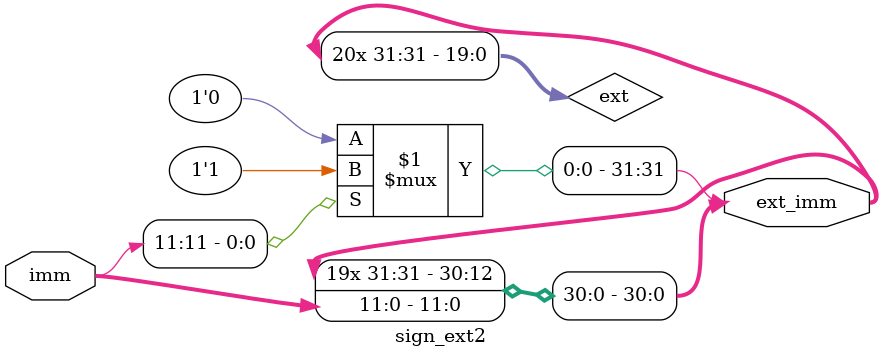
<source format=v>

module sign_ext2(
    input [11:0]imm,

    output [31:0]ext_imm
);

/* Get extension bits. */
wire [19:0]ext = {20{(imm[11])? 1'b1 : 1'b0}};

/* Sign-extend. */
assign ext_imm = {ext, imm};

endmodule

</source>
